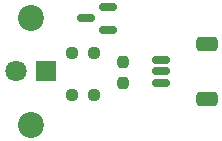
<source format=gts>
G04 #@! TF.GenerationSoftware,KiCad,Pcbnew,(7.0.0)*
G04 #@! TF.CreationDate,2023-06-13T19:07:53-07:00*
G04 #@! TF.ProjectId,breakbeam-emitter,62726561-6b62-4656-916d-2d656d697474,rev?*
G04 #@! TF.SameCoordinates,Original*
G04 #@! TF.FileFunction,Soldermask,Top*
G04 #@! TF.FilePolarity,Negative*
%FSLAX46Y46*%
G04 Gerber Fmt 4.6, Leading zero omitted, Abs format (unit mm)*
G04 Created by KiCad (PCBNEW (7.0.0)) date 2023-06-13 19:07:53*
%MOMM*%
%LPD*%
G01*
G04 APERTURE LIST*
G04 Aperture macros list*
%AMRoundRect*
0 Rectangle with rounded corners*
0 $1 Rounding radius*
0 $2 $3 $4 $5 $6 $7 $8 $9 X,Y pos of 4 corners*
0 Add a 4 corners polygon primitive as box body*
4,1,4,$2,$3,$4,$5,$6,$7,$8,$9,$2,$3,0*
0 Add four circle primitives for the rounded corners*
1,1,$1+$1,$2,$3*
1,1,$1+$1,$4,$5*
1,1,$1+$1,$6,$7*
1,1,$1+$1,$8,$9*
0 Add four rect primitives between the rounded corners*
20,1,$1+$1,$2,$3,$4,$5,0*
20,1,$1+$1,$4,$5,$6,$7,0*
20,1,$1+$1,$6,$7,$8,$9,0*
20,1,$1+$1,$8,$9,$2,$3,0*%
G04 Aperture macros list end*
%ADD10RoundRect,0.237500X-0.250000X-0.237500X0.250000X-0.237500X0.250000X0.237500X-0.250000X0.237500X0*%
%ADD11RoundRect,0.150000X0.625000X-0.150000X0.625000X0.150000X-0.625000X0.150000X-0.625000X-0.150000X0*%
%ADD12RoundRect,0.250000X0.650000X-0.350000X0.650000X0.350000X-0.650000X0.350000X-0.650000X-0.350000X0*%
%ADD13RoundRect,0.237500X0.237500X-0.250000X0.237500X0.250000X-0.237500X0.250000X-0.237500X-0.250000X0*%
%ADD14RoundRect,0.237500X0.250000X0.237500X-0.250000X0.237500X-0.250000X-0.237500X0.250000X-0.237500X0*%
%ADD15C,2.200000*%
%ADD16RoundRect,0.150000X0.587500X0.150000X-0.587500X0.150000X-0.587500X-0.150000X0.587500X-0.150000X0*%
%ADD17R,1.800000X1.800000*%
%ADD18C,1.800000*%
G04 APERTURE END LIST*
D10*
X125487500Y-61900000D03*
X127312500Y-61900000D03*
D11*
X133000000Y-64500000D03*
X133000000Y-63500000D03*
X133000000Y-62500000D03*
D12*
X136875000Y-65800000D03*
X136875000Y-61200000D03*
D13*
X129800000Y-64512500D03*
X129800000Y-62687500D03*
D14*
X127312500Y-65500000D03*
X125487500Y-65500000D03*
D15*
X122000000Y-68000000D03*
X122000000Y-59000000D03*
D16*
X128537500Y-59950000D03*
X128537500Y-58050000D03*
X126662500Y-59000000D03*
D17*
X123274999Y-63499999D03*
D18*
X120735000Y-63500000D03*
M02*

</source>
